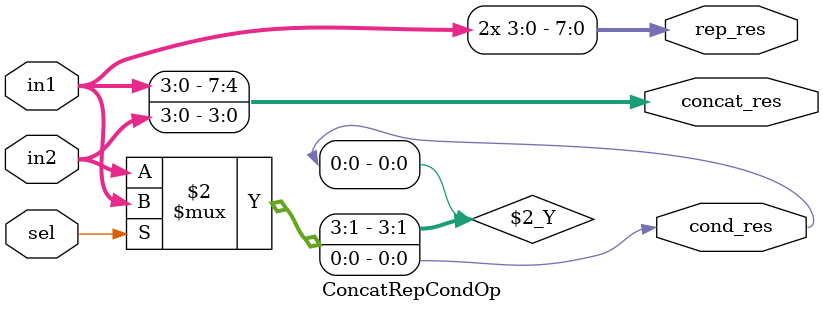
<source format=v>
`timescale 1ns / 1ps


module ArithOp(
    input [3:0] in1, in2,
    output reg [3:0] res1, res2, res3, res4, res5
    );
    always@(*)
    begin 
    res1 = in1+in2;
    res2 = in1-in2;
    res3 = in1*in2;
    res4 = in1/in2;
    res5 = in1%in2;
    end
endmodule


module LogicOp(
input [3:0] in1,in2,
output reg [3:0] res1,res2,res3);
always@(*)
begin
res1 = !in1;
res2 = in1 && in2;
res3 = in1 || in2;
end
endmodule


module BitwiseOp(input [3:0] in1,in2,
output reg [3:0] res1,res2,res3,res4,res5);
always@(*)
begin
res1 = ~in1;
res2 = in1 & in2;
res3 = in1 | in2;
res4 = in1 ^ in2;
res5 = in1 ^~ in2;
end
endmodule

module RedOp(input [3:0] in1,
output reg [3:0] res1,res2,res3,res4,res5,res6);
always@(*)
begin
res1 = &in1;
res2 = ~&in1;
res3 = |in1;
res4 = ~|in1;
res5 = ^in1;
res6 = ~^in1;
end
endmodule

module ShiftOp(input [3:0] in1,
output reg [3:0] res1,res2,res3);
parameter shift = 1 ;
always@(*)
begin
res1=in1 >> shift;
res2=in1 << shift;
res3=in1 >>> shift;
end
endmodule


module RelationalEqualityOp(
    input [3:0] in1, in2, // 4-bit input operands
    output reg gt, lt, ge, le, // relational outputs
    output reg eq, neq, c_eq, c_neq // equality outputs
);
    always @(*) begin
        // Relational operators
        gt = (in1 > in2);
        lt = (in1 < in2);
        ge = (in1 >= in2);
        le = (in1 <= in2);

        // Equality operators
        eq = (in1 == in2);
        neq = (in1 != in2);
        c_eq = (in1 === in2); // Case equality (X propagation)
        c_neq = (in1 !== in2); // Case inequality (X propagation)
    end
endmodule

module ConcatRepCondOp(
    input [3:0] in1, in2,  // 4-bit inputs
    input sel,              // Selector for conditional operator
    output reg [7:0] concat_res, // Concatenation result
    output reg [7:0] rep_res,    // Replication result
    output reg cond_res          // Conditional result
);
    always @(*) begin
        
        concat_res = {in1, in2}; // Concatenate in1 and in2 (result is 8 bits)

        rep_res = {4{in1}}; // Replicate the value of in1 4 times (result is 16 bits)

        cond_res = (sel) ? in1 : in2; // Conditional operator
    end
endmodule

</source>
